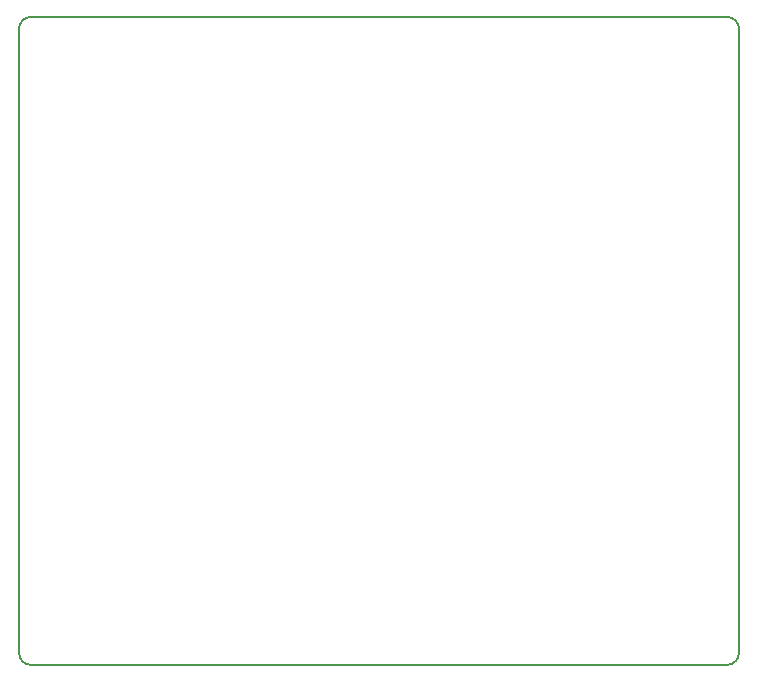
<source format=gm1>
G04*
G04 #@! TF.GenerationSoftware,Altium Limited,Altium Designer,22.10.1 (41)*
G04*
G04 Layer_Color=16711935*
%FSLAX24Y24*%
%MOIN*%
G70*
G04*
G04 #@! TF.SameCoordinates,1EAF6387-FA3A-421D-BABF-0C9075E41397*
G04*
G04*
G04 #@! TF.FilePolarity,Positive*
G04*
G01*
G75*
%ADD11C,0.0060*%
%ADD14C,0.0050*%
D11*
X23600Y0D02*
G03*
X24000Y400I0J400D01*
G01*
Y21200D02*
G03*
X23600Y21600I-400J0D01*
G01*
X400D02*
G03*
X-0Y21200I0J-400D01*
G01*
Y400D02*
G03*
X400Y-0I400J0D01*
G01*
X23600D01*
X24000Y400D02*
Y21200D01*
X400Y21600D02*
X23600D01*
X-0Y400D02*
Y21200D01*
D14*
X24005Y4940D02*
Y8660D01*
X-6Y4940D02*
Y8660D01*
X24012Y13940D02*
Y17660D01*
M02*

</source>
